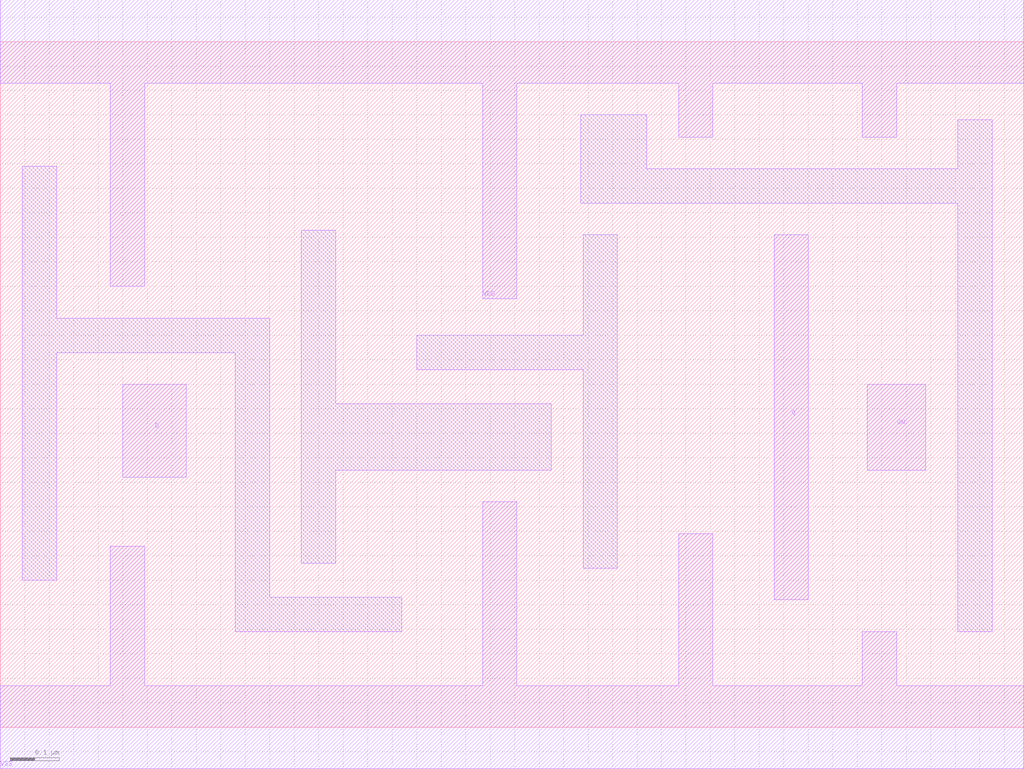
<source format=lef>
# 
# ******************************************************************************
# *                                                                            *
# *                   Copyright (C) 2004-2010, Nangate Inc.                    *
# *                           All rights reserved.                             *
# *                                                                            *
# * Nangate and the Nangate logo are trademarks of Nangate Inc.                *
# *                                                                            *
# * All trademarks, logos, software marks, and trade names (collectively the   *
# * "Marks") in this program are proprietary to Nangate or other respective    *
# * owners that have granted Nangate the right and license to use such Marks.  *
# * You are not permitted to use the Marks without the prior written consent   *
# * of Nangate or such third party that may own the Marks.                     *
# *                                                                            *
# * This file has been provided pursuant to a License Agreement containing     *
# * restrictions on its use. This file contains valuable trade secrets and     *
# * proprietary information of Nangate Inc., and is protected by U.S. and      *
# * international laws and/or treaties.                                        *
# *                                                                            *
# * The copyright notice(s) in this file does not indicate actual or intended  *
# * publication of this file.                                                  *
# *                                                                            *
# *     NGLibraryCreator, v2010.08-HR32-SP3-2010-08-05 - build 1009061800      *
# *                                                                            *
# ******************************************************************************
# 
# 
# Running on brazil06.nangate.com.br for user Giancarlo Franciscatto (gfr).
# Local time is now Fri, 3 Dec 2010, 19:32:18.
# Main process id is 27821.

VERSION 5.6 ;
BUSBITCHARS "[]" ;
DIVIDERCHAR "/" ;

MACRO DLL_X2
  CLASS core ;
  FOREIGN DLL_X2 0.0 0.0 ;
  ORIGIN 0 0 ;
  SYMMETRY X Y ;
  SITE FreePDK45_38x28_10R_NP_162NW_34O ;
  SIZE 2.09 BY 1.4 ;
  PIN D
    DIRECTION INPUT ;
    ANTENNAPARTIALMETALAREA 0.0247 LAYER metal1 ;
    ANTENNAPARTIALMETALSIDEAREA 0.0832 LAYER metal1 ;
    ANTENNAGATEAREA 0.03475 ;
    PORT
      LAYER metal1 ;
        POLYGON 0.25 0.51 0.38 0.51 0.38 0.7 0.25 0.7  ;
    END
  END D
  PIN GN
    DIRECTION INPUT ;
    ANTENNAPARTIALMETALAREA 0.021 LAYER metal1 ;
    ANTENNAPARTIALMETALSIDEAREA 0.0767 LAYER metal1 ;
    ANTENNAGATEAREA 0.02625 ;
    PORT
      LAYER metal1 ;
        POLYGON 1.77 0.525 1.89 0.525 1.89 0.7 1.77 0.7  ;
    END
  END GN
  PIN Q
    DIRECTION OUTPUT ;
    ANTENNAPARTIALMETALAREA 0.05215 LAYER metal1 ;
    ANTENNAPARTIALMETALSIDEAREA 0.2119 LAYER metal1 ;
    ANTENNADIFFAREA 0.1463 ;
    PORT
      LAYER metal1 ;
        POLYGON 1.58 0.26 1.65 0.26 1.65 1.005 1.58 1.005  ;
    END
  END Q
  PIN VDD
    DIRECTION INOUT ;
    USE power ;
    SHAPE ABUTMENT ;
    PORT
      LAYER metal1 ;
        POLYGON 0 1.315 0.225 1.315 0.225 0.9 0.295 0.9 0.295 1.315 0.985 1.315 0.985 0.875 1.055 0.875 1.055 1.315 1.385 1.315 1.385 1.205 1.455 1.205 1.455 1.315 1.76 1.315 1.76 1.205 1.83 1.205 1.83 1.315 2.025 1.315 2.09 1.315 2.09 1.485 2.025 1.485 0 1.485  ;
    END
  END VDD
  PIN VSS
    DIRECTION INOUT ;
    USE ground ;
    SHAPE ABUTMENT ;
    PORT
      LAYER metal1 ;
        POLYGON 0 -0.085 2.09 -0.085 2.09 0.085 1.83 0.085 1.83 0.195 1.76 0.195 1.76 0.085 1.455 0.085 1.455 0.395 1.385 0.395 1.385 0.085 1.055 0.085 1.055 0.46 0.985 0.46 0.985 0.085 0.295 0.085 0.295 0.37 0.225 0.37 0.225 0.085 0 0.085  ;
    END
  END VSS
  OBS
      LAYER metal1 ;
        POLYGON 0.045 0.3 0.115 0.3 0.115 0.765 0.48 0.765 0.48 0.195 0.82 0.195 0.82 0.265 0.55 0.265 0.55 0.835 0.115 0.835 0.115 1.145 0.045 1.145  ;
        POLYGON 0.615 0.335 0.685 0.335 0.685 0.525 1.125 0.525 1.125 0.66 0.685 0.66 0.685 1.015 0.615 1.015  ;
        POLYGON 0.85 0.73 1.19 0.73 1.19 0.325 1.26 0.325 1.26 1.005 1.19 1.005 1.19 0.8 0.85 0.8  ;
        POLYGON 1.185 1.07 1.955 1.07 1.955 0.195 2.025 0.195 2.025 1.24 1.955 1.24 1.955 1.14 1.32 1.14 1.32 1.25 1.185 1.25  ;
  END
END DLL_X2

END LIBRARY
#
# End of file
#

</source>
